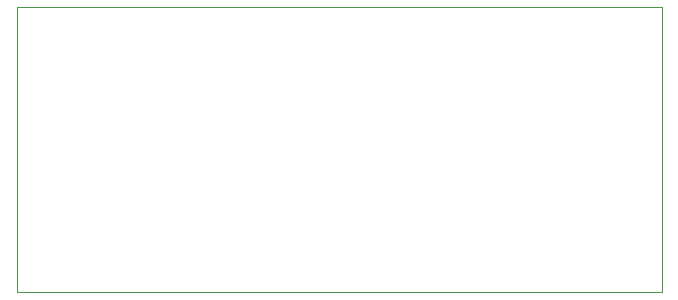
<source format=gm1>
%TF.GenerationSoftware,KiCad,Pcbnew,5.1.9+dfsg1-1*%
%TF.CreationDate,2021-12-01T17:00:21-05:00*%
%TF.ProjectId,samd10d13a,73616d64-3130-4643-9133-612e6b696361,rev?*%
%TF.SameCoordinates,Original*%
%TF.FileFunction,Profile,NP*%
%FSLAX46Y46*%
G04 Gerber Fmt 4.6, Leading zero omitted, Abs format (unit mm)*
G04 Created by KiCad (PCBNEW 5.1.9+dfsg1-1) date 2021-12-01 17:00:21*
%MOMM*%
%LPD*%
G01*
G04 APERTURE LIST*
%TA.AperFunction,Profile*%
%ADD10C,0.100000*%
%TD*%
G04 APERTURE END LIST*
D10*
X128905000Y-46355000D02*
X128905000Y-70485000D01*
X74295000Y-46355000D02*
X128905000Y-46355000D01*
X74295000Y-70485000D02*
X74295000Y-46355000D01*
X128905000Y-70485000D02*
X74295000Y-70485000D01*
M02*

</source>
